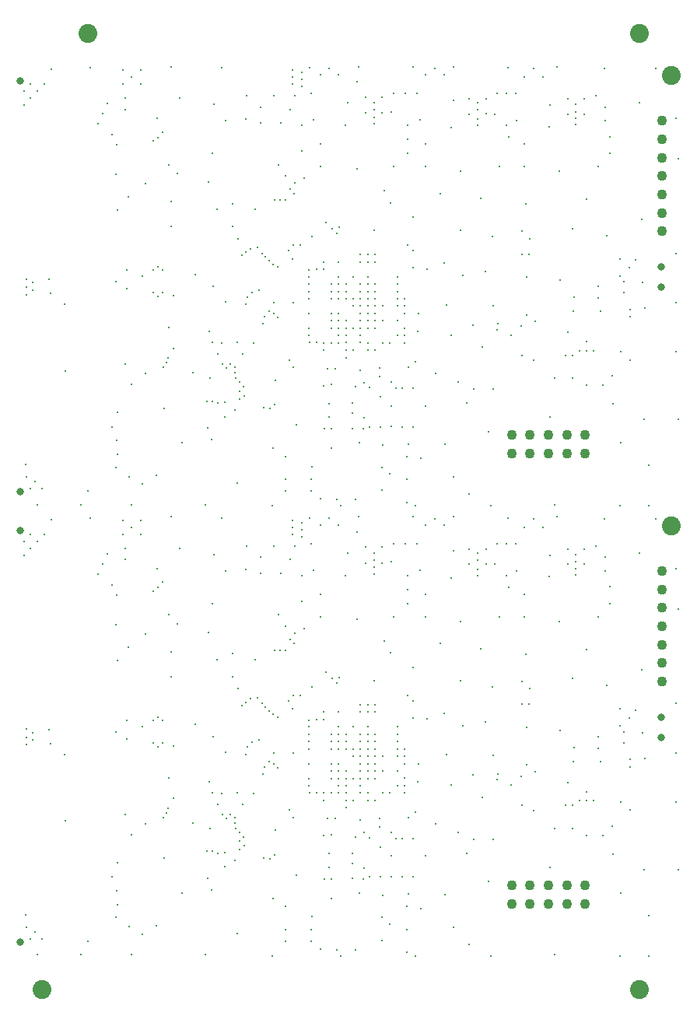
<source format=gbr>
*
%FSLAX26Y26*%
%MOIN*%
%ADD10C,0.007874*%
%ADD11C,0.011811*%
%ADD12C,0.043307*%
%ADD13C,0.080709*%
%ADD14C,0.031496*%
%IPPOS*%
%LNdrl*%
%LPD*%
G75*
G54D10*
X511811Y425197D03*
X519685Y480315D03*
X515748Y539370D03*
X496063Y598425D03*
X519685Y661417D03*
X716150Y853362D03*
X727961Y873047D03*
X736220Y893701D03*
X295276Y838583D03*
X842520Y830709D03*
X915354Y807087D03*
X925197Y708661D03*
X901575D03*
X948819Y700787D03*
X980315Y641732D03*
X905512Y594488D03*
X921260Y543307D03*
X1043307Y716535D03*
X1062992Y732283D03*
X1043307Y751969D03*
X1059055Y771654D03*
X1043307Y791339D03*
X1027559Y807087D03*
X1023622Y830709D03*
Y854331D03*
X1003937Y866142D03*
X984941Y850394D03*
X968504Y866142D03*
X948819Y909449D03*
X1055118D03*
X1196850Y799213D03*
X1192913Y692913D03*
X1173228Y677165D03*
X1145669Y681102D03*
X1427165Y698819D03*
Y639764D03*
X1437008Y590551D03*
X1407480D03*
X1526575Y592520D03*
X1573701Y591579D03*
X1598425Y598425D03*
X1645669D03*
X1692913Y600394D03*
X1740157Y598425D03*
X1787402D03*
X1838583Y688976D03*
X1787402Y763780D03*
X1740157D03*
X1711614Y762795D03*
X1692555Y790839D03*
X1641732Y814961D03*
Y850394D03*
X1559055Y842520D03*
X1575787Y788386D03*
X1598425Y766732D03*
X1539370Y771654D03*
X1527559Y700787D03*
X1525394Y657480D03*
X1574803Y637795D03*
X1555118Y531496D03*
X1653543Y425197D03*
X1685039Y397638D03*
X1653543Y326772D03*
X1539370Y287402D03*
X1460630D03*
X1348425Y374016D03*
X1354331Y429134D03*
X1240157Y472441D03*
Y374016D03*
Y324803D03*
X1401575Y775591D03*
X1418307Y848425D03*
X1453740D03*
X1498031Y895630D03*
X1766732Y853346D03*
X1795276Y877953D03*
X1881890Y826772D03*
X2046110Y759697D03*
X2129921Y759843D03*
X2016583Y700642D03*
X1921260Y523622D03*
X1819732Y464421D03*
X1692913Y688976D03*
X1645669Y728346D03*
X2251969Y905512D03*
X2303858Y883701D03*
X2440945Y905512D03*
X2470472D03*
Y807087D03*
X2391732D03*
X2529528Y777559D03*
Y925197D03*
X2500000D03*
X2559055D03*
X2450787Y1003937D03*
X2472441Y1094488D03*
X2476378Y1153543D03*
X2578740Y1151575D03*
Y1200787D03*
X2688976Y1220472D03*
X2673862Y1245205D03*
X2712598Y1279528D03*
X2673228Y1318898D03*
X2616976Y1419146D03*
X2469339Y1448673D03*
X2417323Y1228346D03*
X2688976Y1173228D03*
X2767717Y1216535D03*
X2779528Y1106299D03*
X2716535Y1070866D03*
X2764614Y1488043D03*
X2484252Y1893701D03*
Y1921260D03*
Y1948819D03*
Y1980315D03*
X2448819Y2003937D03*
X2450787Y1938976D03*
X2519685D03*
Y2003937D03*
X2370079Y1885827D03*
X2228346Y1909449D03*
X2098425Y1940945D03*
X2062992Y1956693D03*
Y1988189D03*
X2027559Y2003937D03*
Y1938976D03*
X2062992Y1917323D03*
Y1889764D03*
X1948819Y1879921D03*
X1814961Y1913386D03*
X1653543Y1944882D03*
X1618110Y1956693D03*
Y1925197D03*
Y1897638D03*
X1582677Y1944882D03*
Y2011811D03*
X1618110Y1988189D03*
X1653543Y2011811D03*
X1496063Y1889764D03*
X1358268Y1913386D03*
X1318898Y1663386D03*
X1279528Y1643701D03*
X1259843Y1618110D03*
X1275591Y1598425D03*
X1240157Y1570866D03*
X1216535D03*
X1192913D03*
X1110236Y1531496D03*
X944882D03*
X1011811Y1456693D03*
X1035433Y1405512D03*
X1051181Y1334646D03*
X1070866Y1346457D03*
X1090551Y1362205D03*
X1118110Y1366142D03*
X1137795Y1342520D03*
X1153543Y1326772D03*
X1169291Y1311024D03*
X1185039Y1295276D03*
X1204724Y1283465D03*
X1267717Y1318898D03*
X1251969Y1354331D03*
X1271654Y1377953D03*
X1303150D03*
X1354331Y1413386D03*
X1413386Y1475394D03*
X1440945Y1448819D03*
X1468504Y1452756D03*
X1460630Y1429134D03*
X1466535Y1305157D03*
X1403543Y1305118D03*
Y1273661D03*
X1372028Y1273642D03*
X1338583Y1271654D03*
X1340571Y1242106D03*
X1340551Y1210630D03*
Y1179134D03*
Y1147638D03*
X1340531Y1084626D03*
X1340571Y1021673D03*
Y990177D03*
X1341535Y959646D03*
X1373031D03*
X1404024Y959197D03*
X1435079Y958661D03*
X1466535D03*
Y990157D03*
Y1021654D03*
Y1053150D03*
X1498031D03*
Y1021654D03*
X1529508Y1021634D03*
X1561024Y1021654D03*
Y990157D03*
X1560039Y959646D03*
X1592520Y958661D03*
X1591535Y928150D03*
X1624016Y927165D03*
X1655512Y958661D03*
X1687028Y958642D03*
X1749961Y958661D03*
X1750020Y990177D03*
X1718504Y990157D03*
X1750000Y1021693D03*
X1718543Y1053150D03*
X1718504Y1116102D03*
Y1147598D03*
Y1179134D03*
X1718484Y1210650D03*
X1718524Y1242106D03*
X1787402Y1279528D03*
X1846457Y1275591D03*
X1918157Y1301035D03*
X2000000Y1248228D03*
X2094488Y1263780D03*
X2129921Y1119094D03*
X2149606Y1039370D03*
X2145669Y1015748D03*
X2204724Y992126D03*
X2248031Y1031496D03*
X2271654Y1078740D03*
X2311024Y1051181D03*
X2273622Y1240157D03*
X2283465Y1338583D03*
X2253937D03*
X2287402Y1405512D03*
X2251969Y1437008D03*
X2269685Y1553150D03*
X2075638Y1576626D03*
X1901575Y1598425D03*
X1787402Y1496063D03*
X1763780Y1377953D03*
X1787402Y1354331D03*
X1624016Y1336614D03*
Y1305157D03*
X1592520Y1305118D03*
X1561043Y1305138D03*
Y1336634D03*
X1592520Y1336614D03*
Y1242087D03*
Y1210630D03*
Y1179134D03*
Y1147638D03*
X1561024D03*
Y1116142D03*
X1591535D03*
X1592520Y1084646D03*
X1561024D03*
Y1053150D03*
X1592520D03*
Y1021654D03*
X1624016D03*
Y1053150D03*
X1655492Y1053169D03*
X1624016Y1084646D03*
X1624035Y1116161D03*
X1624016Y1147638D03*
X1624035Y1179154D03*
X1624016Y1210630D03*
X1561024D03*
Y1179134D03*
X1498031D03*
Y1147638D03*
X1466535D03*
Y1179134D03*
X1435039D03*
Y1210630D03*
X1466535D03*
X1466516Y1242106D03*
X1498031Y1210630D03*
X1529547Y1242146D03*
X1529528Y1146654D03*
Y1116142D03*
X1466535Y1084646D03*
X1435039D03*
Y1053150D03*
Y1021654D03*
X1498031Y990157D03*
X1500000Y960630D03*
X1498012Y927146D03*
X1529547D03*
X1403583Y927165D03*
X1435039Y1147638D03*
X1271654Y1130906D03*
X1188976D03*
Y1082677D03*
X1204724Y1066929D03*
X1149606Y1070866D03*
X1141732Y1039370D03*
X1169291Y1094488D03*
X1070866Y1123031D03*
X1076772Y1155512D03*
X1097441Y1175197D03*
X1125984Y1185039D03*
X984252Y1133858D03*
X929134Y1200787D03*
X854331Y1251969D03*
X913386Y1007874D03*
X925197Y960630D03*
X964567Y956693D03*
X1031496Y960630D03*
X1102362Y956693D03*
X1655512Y1116181D03*
X1749980Y1116161D03*
X1750020Y1147657D03*
Y1084665D03*
X1811024Y1082677D03*
X1929134Y1122047D03*
X1948819Y992126D03*
X2041339Y1035433D03*
X2082677Y940945D03*
X2125984Y1413386D03*
X1988189Y1440945D03*
X1618110D03*
X1688976Y1559055D03*
X1240157Y1673228D03*
X925197Y1771654D03*
X933071Y1980315D03*
X777362Y1683071D03*
X2098425Y2003937D03*
X712598Y1862205D03*
X692913Y1838583D03*
X673228Y1822835D03*
X515748Y1807087D03*
X496063Y1850394D03*
X437008Y1897638D03*
X456693Y1940945D03*
X476378Y1984252D03*
X511811Y1681102D03*
X519685Y1527559D03*
X640748Y1640748D03*
X673228Y1271654D03*
X692913Y1283465D03*
X712598Y1271654D03*
Y1173228D03*
X692913Y1157480D03*
X673228Y1173228D03*
X511811Y1220472D03*
X293307Y1124016D03*
X234252Y1170276D03*
G54D11*
X177165Y265748D03*
X196850Y334646D03*
X147638D03*
X167323Y364173D03*
X127953Y383858D03*
X125984Y437008D03*
X393701Y324803D03*
X364173Y265748D03*
X580709D03*
X570866Y385827D03*
X625984Y354331D03*
X685039Y389764D03*
X718504Y679134D03*
X639764Y826772D03*
X578740Y779528D03*
X551181Y866142D03*
X795276Y531496D03*
X980315Y704724D03*
X1023622Y669291D03*
X1031496Y358268D03*
X895669Y265748D03*
X1181102Y259843D03*
X1348425Y324803D03*
X1387795Y291339D03*
X1476378Y259843D03*
X1437008Y507874D03*
X1655906Y521654D03*
X1766142Y525591D03*
X1757874Y472441D03*
Y374016D03*
Y275591D03*
X1795276Y259843D03*
X2027559Y311024D03*
X1958661Y383858D03*
X2118110Y259843D03*
X2110236Y578740D03*
X1980315Y791339D03*
X1437008Y779528D03*
X1271654Y854331D03*
X1255906Y885827D03*
X1287402Y606299D03*
X1185039Y507874D03*
X2372047Y639764D03*
X2641732Y696850D03*
X2637795Y816929D03*
X2598425Y777559D03*
X2716535Y885827D03*
X2775591Y629921D03*
X2923228D03*
X2795276Y433071D03*
Y259843D03*
X2673228D03*
X2677165Y531496D03*
X2391732Y265748D03*
X2529528Y964567D03*
X2677165Y921260D03*
X2716535Y1102362D03*
X2590551Y1094488D03*
X2913386Y1129921D03*
Y921260D03*
Y1342520D03*
X2740157Y1314961D03*
X2529528Y1574803D03*
X2578740Y1712598D03*
X2629921Y1771654D03*
Y1842520D03*
X2608268Y1909449D03*
Y1968504D03*
X2568898Y2017717D03*
X2606299Y2133858D03*
X2401575Y2141732D03*
X2342520Y2096457D03*
X2372047Y1978346D03*
X2411417Y1692913D03*
X2921260Y1748031D03*
X2913386Y1919291D03*
X2755906Y1988189D03*
X2826772Y2133858D03*
X2303150D03*
X2263780Y2096457D03*
X2224409Y2027559D03*
X2185039D03*
X2145669D03*
X2135827Y1938976D03*
X2185039Y1889764D03*
X2194882Y1840551D03*
X2263780Y1811024D03*
Y1712598D03*
X2155512D03*
X1988189Y1692913D03*
X1840551Y1712598D03*
Y1811024D03*
X1761811Y1830709D03*
Y1889764D03*
Y1771654D03*
X1702756Y1712598D03*
X1663386Y1611220D03*
X1545276Y1702756D03*
X1387795Y1712598D03*
Y1811024D03*
X1309055Y1781496D03*
Y1889764D03*
X1220472Y1899606D03*
X1131890D03*
Y1968504D03*
X1072835Y2017717D03*
X1070866Y1917323D03*
X984252Y1909449D03*
X964567Y2137795D03*
X787402Y2007874D03*
X1190945Y2017717D03*
X1279528D03*
X1269685Y2066929D03*
Y2096457D03*
Y2125984D03*
X1309055Y2116142D03*
Y2086614D03*
Y2057087D03*
X1348425Y2027559D03*
X1342520Y2137795D03*
X1387795Y2106299D03*
X1427165Y2135827D03*
X1466535Y2106299D03*
X1545276Y2076772D03*
X1551181Y2141732D03*
X1505906Y1988189D03*
X1692913Y1948819D03*
X1702756Y2027559D03*
X1751969D03*
X1801181D03*
X1840551Y2106299D03*
X1877953Y2133858D03*
X1919291Y2106299D03*
X1960630Y2141732D03*
X1958661Y1998031D03*
X1787402Y2141732D03*
X2192913Y2137795D03*
X1259843Y1958661D03*
X1210630Y1722441D03*
X1013780Y1555118D03*
X908465Y1646654D03*
X1807087Y1007874D03*
X740157Y1023622D03*
X757874Y935039D03*
Y1161417D03*
X625984Y1244094D03*
X561024Y1269685D03*
Y1190945D03*
X226378Y1230315D03*
X157480Y1216535D03*
Y1185039D03*
X129921Y1196850D03*
Y1165354D03*
Y1232283D03*
X118110Y1978346D03*
X147638Y2007874D03*
X177165Y2037402D03*
X147638Y2066929D03*
X206693D03*
X236220Y2129921D03*
X401575Y2137795D03*
X541339Y2125984D03*
Y2066929D03*
X580709Y2096457D03*
X620079Y2125984D03*
Y2066929D03*
X551181Y2007874D03*
Y1958661D03*
X688976Y1919291D03*
X738189Y1722441D03*
X748031Y1562992D03*
Y1456693D03*
X566929Y1582677D03*
X748031Y2141732D03*
X118110Y2037402D03*
G54D12*
X2208661Y484252D03*
Y562992D03*
X2287402D03*
Y484252D03*
X2366142D03*
Y562992D03*
X2444882D03*
X2523622D03*
Y484252D03*
X2444882D03*
X2854331Y1437008D03*
Y1515748D03*
Y1594488D03*
Y1673228D03*
Y1751969D03*
Y1830709D03*
Y1909449D03*
G54D13*
X2892059Y2104787D03*
G54D14*
X102953Y319488D03*
X2849803Y1196260D03*
Y1284055D03*
X102953Y2082087D03*
G54D10*
X511811Y2354331D03*
X519685Y2409449D03*
X515748Y2468504D03*
X496063Y2527559D03*
X519685Y2590551D03*
X716150Y2782496D03*
X727961Y2802181D03*
X736220Y2822835D03*
X295276Y2767717D03*
X842520Y2759843D03*
X915354Y2736220D03*
X925197Y2637795D03*
X901575D03*
X948819Y2629921D03*
X980315Y2570866D03*
X905512Y2523622D03*
X921260Y2472441D03*
X1043307Y2645669D03*
X1062992Y2661417D03*
X1043307Y2681102D03*
X1059055Y2700787D03*
X1043307Y2720472D03*
X1027559Y2736220D03*
X1023622Y2759843D03*
Y2783465D03*
X1003937Y2795276D03*
X984941Y2779528D03*
X968504Y2795276D03*
X948819Y2838583D03*
X1055118D03*
X1196850Y2728346D03*
X1192913Y2622047D03*
X1173228Y2606299D03*
X1145669Y2610236D03*
X1427165Y2627953D03*
Y2568898D03*
X1437008Y2519685D03*
X1407480D03*
X1526575Y2521654D03*
X1573701Y2520713D03*
X1598425Y2527559D03*
X1645669D03*
X1692913Y2529528D03*
X1740157Y2527559D03*
X1787402D03*
X1838583Y2618110D03*
X1787402Y2692913D03*
X1740157D03*
X1711614Y2691929D03*
X1692555Y2719972D03*
X1641732Y2744094D03*
Y2779528D03*
X1559055Y2771654D03*
X1575787Y2717520D03*
X1598425Y2695866D03*
X1539370Y2700787D03*
X1527559Y2629921D03*
X1525394Y2586614D03*
X1574803Y2566929D03*
X1555118Y2460630D03*
X1653543Y2354331D03*
X1685039Y2326772D03*
X1653543Y2255906D03*
X1539370Y2216535D03*
X1460630D03*
X1348425Y2303150D03*
X1354331Y2358268D03*
X1240157Y2401575D03*
Y2303150D03*
Y2253937D03*
X1401575Y2704724D03*
X1418307Y2777559D03*
X1453740D03*
X1498031Y2824764D03*
X1766732Y2782480D03*
X1795276Y2807087D03*
X1881890Y2755906D03*
X2046110Y2688831D03*
X2129921Y2688976D03*
X2016583Y2629776D03*
X1921260Y2452756D03*
X1819732Y2393555D03*
X1692913Y2618110D03*
X1645669Y2657480D03*
X2251969Y2834646D03*
X2303858Y2812835D03*
X2440945Y2834646D03*
X2470472D03*
Y2736220D03*
X2391732D03*
X2529528Y2706693D03*
Y2854331D03*
X2500000D03*
X2559055D03*
X2450787Y2933071D03*
X2472441Y3023622D03*
X2476378Y3082677D03*
X2578740Y3080709D03*
Y3129921D03*
X2688976Y3149606D03*
X2673862Y3174339D03*
X2712598Y3208661D03*
X2673228Y3248031D03*
X2616976Y3348280D03*
X2469339Y3377807D03*
X2417323Y3157480D03*
X2688976Y3102362D03*
X2767717Y3145669D03*
X2779528Y3035433D03*
X2716535Y3000000D03*
X2764614Y3417177D03*
X2484252Y3822835D03*
Y3850394D03*
Y3877953D03*
Y3909449D03*
X2448819Y3933071D03*
X2450787Y3868110D03*
X2519685D03*
Y3933071D03*
X2370079Y3814961D03*
X2228346Y3838583D03*
X2098425Y3870079D03*
X2062992Y3885827D03*
Y3917323D03*
X2027559Y3933071D03*
Y3868110D03*
X2062992Y3846457D03*
Y3818898D03*
X1948819Y3809055D03*
X1814961Y3842520D03*
X1653543Y3874016D03*
X1618110Y3885827D03*
Y3854331D03*
Y3826772D03*
X1582677Y3874016D03*
Y3940945D03*
X1618110Y3917323D03*
X1653543Y3940945D03*
X1496063Y3818898D03*
X1358268Y3842520D03*
X1318898Y3592520D03*
X1279528Y3572835D03*
X1259843Y3547244D03*
X1275591Y3527559D03*
X1240157Y3500000D03*
X1216535D03*
X1192913D03*
X1110236Y3460630D03*
X944882D03*
X1011811Y3385827D03*
X1035433Y3334646D03*
X1051181Y3263780D03*
X1070866Y3275591D03*
X1090551Y3291339D03*
X1118110Y3295276D03*
X1137795Y3271654D03*
X1153543Y3255906D03*
X1169291Y3240157D03*
X1185039Y3224409D03*
X1204724Y3212598D03*
X1267717Y3248031D03*
X1251969Y3283465D03*
X1271654Y3307087D03*
X1303150D03*
X1354331Y3342520D03*
X1413386Y3404528D03*
X1440945Y3377953D03*
X1468504Y3381890D03*
X1460630Y3358268D03*
X1466535Y3234291D03*
X1403543Y3234252D03*
Y3202795D03*
X1372028Y3202776D03*
X1338583Y3200787D03*
X1340571Y3171240D03*
X1340551Y3139764D03*
Y3108268D03*
Y3076772D03*
X1340531Y3013760D03*
X1340571Y2950807D03*
Y2919311D03*
X1341535Y2888780D03*
X1373031D03*
X1404024Y2888331D03*
X1435079Y2887795D03*
X1466535D03*
Y2919291D03*
Y2950787D03*
Y2982283D03*
X1498031D03*
Y2950787D03*
X1529508Y2950768D03*
X1561024Y2950787D03*
Y2919291D03*
X1560039Y2888780D03*
X1592520Y2887795D03*
X1591535Y2857283D03*
X1624016Y2856299D03*
X1655512Y2887795D03*
X1687028Y2887776D03*
X1749961Y2887795D03*
X1750020Y2919311D03*
X1718504Y2919291D03*
X1750000Y2950827D03*
X1718543Y2982283D03*
X1718504Y3045236D03*
Y3076732D03*
Y3108268D03*
X1718484Y3139783D03*
X1718524Y3171240D03*
X1787402Y3208661D03*
X1846457Y3204724D03*
X1918157Y3230169D03*
X2000000Y3177362D03*
X2094488Y3192913D03*
X2129921Y3048228D03*
X2149606Y2968504D03*
X2145669Y2944882D03*
X2204724Y2921260D03*
X2248031Y2960630D03*
X2271654Y3007874D03*
X2311024Y2980315D03*
X2273622Y3169291D03*
X2283465Y3267717D03*
X2253937D03*
X2287402Y3334646D03*
X2251969Y3366142D03*
X2269685Y3482283D03*
X2075638Y3505760D03*
X1901575Y3527559D03*
X1787402Y3425197D03*
X1763780Y3307087D03*
X1787402Y3283465D03*
X1624016Y3265748D03*
Y3234291D03*
X1592520Y3234252D03*
X1561043Y3234272D03*
Y3265768D03*
X1592520Y3265748D03*
Y3171220D03*
Y3139764D03*
Y3108268D03*
Y3076772D03*
X1561024D03*
Y3045276D03*
X1591535D03*
X1592520Y3013780D03*
X1561024D03*
Y2982283D03*
X1592520D03*
Y2950787D03*
X1624016D03*
Y2982283D03*
X1655492Y2982303D03*
X1624016Y3013780D03*
X1624035Y3045295D03*
X1624016Y3076772D03*
X1624035Y3108287D03*
X1624016Y3139764D03*
X1561024D03*
Y3108268D03*
X1498031D03*
Y3076772D03*
X1466535D03*
Y3108268D03*
X1435039D03*
Y3139764D03*
X1466535D03*
X1466516Y3171240D03*
X1498031Y3139764D03*
X1529547Y3171280D03*
X1529528Y3075787D03*
Y3045276D03*
X1466535Y3013780D03*
X1435039D03*
Y2982283D03*
Y2950787D03*
X1498031Y2919291D03*
X1500000Y2889764D03*
X1498012Y2856280D03*
X1529547D03*
X1403583Y2856299D03*
X1435039Y3076772D03*
X1271654Y3060039D03*
X1188976D03*
Y3011811D03*
X1204724Y2996063D03*
X1149606Y3000000D03*
X1141732Y2968504D03*
X1169291Y3023622D03*
X1070866Y3052165D03*
X1076772Y3084646D03*
X1097441Y3104331D03*
X1125984Y3114173D03*
X984252Y3062992D03*
X929134Y3129921D03*
X854331Y3181102D03*
X913386Y2937008D03*
X925197Y2889764D03*
X964567Y2885827D03*
X1031496Y2889764D03*
X1102362Y2885827D03*
X1655512Y3045315D03*
X1749980Y3045295D03*
X1750020Y3076791D03*
Y3013799D03*
X1811024Y3011811D03*
X1929134Y3051181D03*
X1948819Y2921260D03*
X2041339Y2964567D03*
X2082677Y2870079D03*
X2125984Y3342520D03*
X1988189Y3370079D03*
X1618110D03*
X1688976Y3488189D03*
X1240157Y3602362D03*
X925197Y3700787D03*
X933071Y3909449D03*
X777362Y3612205D03*
X2098425Y3933071D03*
X712598Y3791339D03*
X692913Y3767717D03*
X673228Y3751969D03*
X515748Y3736220D03*
X496063Y3779528D03*
X437008Y3826772D03*
X456693Y3870079D03*
X476378Y3913386D03*
X511811Y3610236D03*
X519685Y3456693D03*
X640748Y3569882D03*
X673228Y3200787D03*
X692913Y3212598D03*
X712598Y3200787D03*
Y3102362D03*
X692913Y3086614D03*
X673228Y3102362D03*
X511811Y3149606D03*
X293307Y3053150D03*
X234252Y3099409D03*
G54D11*
X177165Y2194882D03*
X196850Y2263780D03*
X147638D03*
X167323Y2293307D03*
X127953Y2312992D03*
X125984Y2366142D03*
X393701Y2253937D03*
X364173Y2194882D03*
X580709D03*
X570866Y2314961D03*
X625984Y2283465D03*
X685039Y2318898D03*
X718504Y2608268D03*
X639764Y2755906D03*
X578740Y2708661D03*
X551181Y2795276D03*
X795276Y2460630D03*
X980315Y2633858D03*
X1023622Y2598425D03*
X1031496Y2287402D03*
X895669Y2194882D03*
X1181102Y2188976D03*
X1348425Y2253937D03*
X1387795Y2220472D03*
X1476378Y2188976D03*
X1437008Y2437008D03*
X1655906Y2450787D03*
X1766142Y2454724D03*
X1757874Y2401575D03*
Y2303150D03*
Y2204724D03*
X1795276Y2188976D03*
X2027559Y2240157D03*
X1958661Y2312992D03*
X2118110Y2188976D03*
X2110236Y2507874D03*
X1980315Y2720472D03*
X1437008Y2708661D03*
X1271654Y2783465D03*
X1255906Y2814961D03*
X1287402Y2535433D03*
X1185039Y2437008D03*
X2372047Y2568898D03*
X2641732Y2625984D03*
X2637795Y2746063D03*
X2598425Y2706693D03*
X2716535Y2814961D03*
X2775591Y2559055D03*
X2923228D03*
X2795276Y2362205D03*
Y2188976D03*
X2673228D03*
X2677165Y2460630D03*
X2391732Y2194882D03*
X2529528Y2893701D03*
X2677165Y2850394D03*
X2716535Y3031496D03*
X2590551Y3023622D03*
X2913386Y3059055D03*
Y2850394D03*
Y3271654D03*
X2740157Y3244094D03*
X2529528Y3503937D03*
X2578740Y3641732D03*
X2629921Y3700787D03*
Y3771654D03*
X2608268Y3838583D03*
Y3897638D03*
X2568898Y3946850D03*
X2606299Y4062992D03*
X2401575Y4070866D03*
X2342520Y4025591D03*
X2372047Y3907480D03*
X2411417Y3622047D03*
X2921260Y3677165D03*
X2913386Y3848425D03*
X2755906Y3917323D03*
X2826772Y4062992D03*
X2303150D03*
X2263780Y4025591D03*
X2224409Y3956693D03*
X2185039D03*
X2145669D03*
X2135827Y3868110D03*
X2185039Y3818898D03*
X2194882Y3769685D03*
X2263780Y3740157D03*
Y3641732D03*
X2155512D03*
X1988189Y3622047D03*
X1840551Y3641732D03*
Y3740157D03*
X1761811Y3759843D03*
Y3818898D03*
Y3700787D03*
X1702756Y3641732D03*
X1663386Y3540354D03*
X1545276Y3631890D03*
X1387795Y3641732D03*
Y3740157D03*
X1309055Y3710630D03*
Y3818898D03*
X1220472Y3828740D03*
X1131890D03*
Y3897638D03*
X1072835Y3946850D03*
X1070866Y3846457D03*
X984252Y3838583D03*
X964567Y4066929D03*
X787402Y3937008D03*
X1190945Y3946850D03*
X1279528D03*
X1269685Y3996063D03*
Y4025591D03*
Y4055118D03*
X1309055Y4045276D03*
Y4015748D03*
Y3986220D03*
X1348425Y3956693D03*
X1342520Y4066929D03*
X1387795Y4035433D03*
X1427165Y4064961D03*
X1466535Y4035433D03*
X1545276Y4005906D03*
X1551181Y4070866D03*
X1505906Y3917323D03*
X1692913Y3877953D03*
X1702756Y3956693D03*
X1751969D03*
X1801181D03*
X1840551Y4035433D03*
X1877953Y4062992D03*
X1919291Y4035433D03*
X1960630Y4070866D03*
X1958661Y3927165D03*
X1787402Y4070866D03*
X2192913Y4066929D03*
X1259843Y3887795D03*
X1210630Y3651575D03*
X1013780Y3484252D03*
X908465Y3575787D03*
X1807087Y2937008D03*
X740157Y2952756D03*
X757874Y2864173D03*
Y3090551D03*
X625984Y3173228D03*
X561024Y3198819D03*
Y3120079D03*
X226378Y3159449D03*
X157480Y3145669D03*
Y3114173D03*
X129921Y3125984D03*
Y3094488D03*
Y3161417D03*
X118110Y3907480D03*
X147638Y3937008D03*
X177165Y3966535D03*
X147638Y3996063D03*
X206693D03*
X236220Y4059055D03*
X401575Y4066929D03*
X541339Y4055118D03*
Y3996063D03*
X580709Y4025591D03*
X620079Y4055118D03*
Y3996063D03*
X551181Y3937008D03*
Y3887795D03*
X688976Y3848425D03*
X738189Y3651575D03*
X748031Y3492126D03*
Y3385827D03*
X566929Y3511811D03*
X748031Y4070866D03*
X118110Y3966535D03*
G54D12*
X2208661Y2413386D03*
Y2492126D03*
X2287402D03*
Y2413386D03*
X2366142D03*
Y2492126D03*
X2444882D03*
X2523622D03*
Y2413386D03*
X2444882D03*
X2854331Y3366142D03*
Y3444882D03*
Y3523622D03*
Y3602362D03*
Y3681102D03*
Y3759843D03*
Y3838583D03*
G54D13*
X2892059Y4033921D03*
G54D14*
X102953Y2248622D03*
X2849803Y3125394D03*
Y3213189D03*
X102953Y4011220D03*
G54D13*
X393701Y4212598D03*
X2755906D03*
X196850Y118110D03*
X2755906D03*
M02*

</source>
